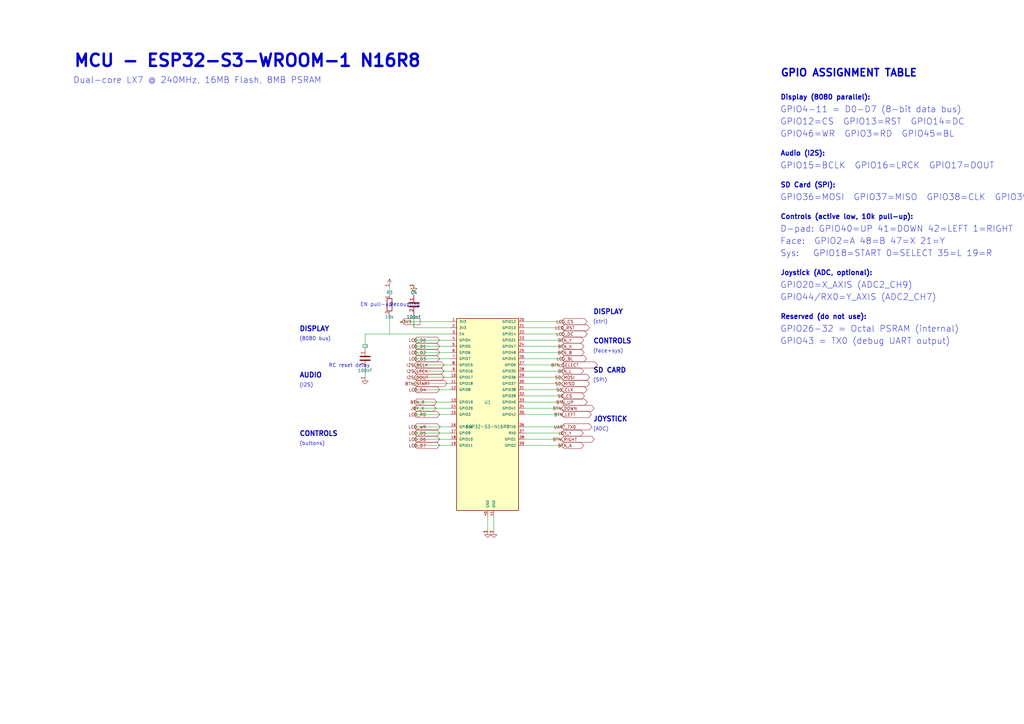
<source format=kicad_sch>
(kicad_sch (version 20231120) (generator "eeschema") (generator_version "9.0")
  (paper "A3")
  (title_block (title "MCU - ESP32-S3-WROOM-1 N16R8") (comment 1 "ESP32 Emu Turbo - Handheld Retro Console") (comment 2 "Generated by scripts/generate_schematics"))
  (lib_symbols
    (symbol "ESP32-S3-WROOM-1" (pin_names (offset 1.016))
      (property "Reference" "U" (at 0 40.64 0))
      (property "Value" "ESP32-S3-WROOM-1-N16R8" (at 0 -40.64 0))
      (symbol "ESP32-S3-WROOM-1_0_1"
        (rectangle (start -12.7 39.37) (end 12.7 -39.37) (stroke (width 0.254)) (fill (type background)))
      )
      (symbol "ESP32-S3-WROOM-1_1_1"
        (pin power_in line (at -15.24 38.1 0) (length 2.54) (name "3V3") (number "1"))
        (pin power_in line (at -15.24 35.56 0) (length 2.54) (name "3V3") (number "2"))
        (pin input line (at -15.24 33.02 0) (length 2.54) (name "EN") (number "3"))
        (pin bidirectional line (at -15.24 30.48 0) (length 2.54) (name "GPIO4") (number "4"))
        (pin bidirectional line (at -15.24 27.94 0) (length 2.54) (name "GPIO5") (number "5"))
        (pin bidirectional line (at -15.24 25.4 0) (length 2.54) (name "GPIO6") (number "6"))
        (pin bidirectional line (at -15.24 22.86 0) (length 2.54) (name "GPIO7") (number "7"))
        (pin bidirectional line (at -15.24 20.32 0) (length 2.54) (name "GPIO15") (number "8"))
        (pin bidirectional line (at -15.24 17.78 0) (length 2.54) (name "GPIO16") (number "9"))
        (pin bidirectional line (at -15.24 15.24 0) (length 2.54) (name "GPIO17") (number "10"))
        (pin bidirectional line (at -15.24 12.7 0) (length 2.54) (name "GPIO18") (number "11"))
        (pin bidirectional line (at -15.24 10.16 0) (length 2.54) (name "GPIO8") (number "12"))
        (pin bidirectional line (at -15.24 5.08 0) (length 2.54) (name "GPIO19") (number "13"))
        (pin bidirectional line (at -15.24 2.54 0) (length 2.54) (name "GPIO20") (number "14"))
        (pin bidirectional line (at -15.24 0 0) (length 2.54) (name "GPIO3") (number "15"))
        (pin bidirectional line (at -15.24 -5.08 0) (length 2.54) (name "GPIO46") (number "16"))
        (pin bidirectional line (at -15.24 -7.62 0) (length 2.54) (name "GPIO9") (number "17"))
        (pin bidirectional line (at -15.24 -10.16 0) (length 2.54) (name "GPIO10") (number "18"))
        (pin bidirectional line (at -15.24 -12.7 0) (length 2.54) (name "GPIO11") (number "19"))
        (pin bidirectional line (at 15.24 38.1 180) (length 2.54) (name "GPIO12") (number "20"))
        (pin bidirectional line (at 15.24 35.56 180) (length 2.54) (name "GPIO13") (number "21"))
        (pin bidirectional line (at 15.24 33.02 180) (length 2.54) (name "GPIO14") (number "22"))
        (pin bidirectional line (at 15.24 30.48 180) (length 2.54) (name "GPIO21") (number "23"))
        (pin bidirectional line (at 15.24 27.94 180) (length 2.54) (name "GPIO47") (number "24"))
        (pin bidirectional line (at 15.24 25.4 180) (length 2.54) (name "GPIO48") (number "25"))
        (pin bidirectional line (at 15.24 22.86 180) (length 2.54) (name "GPIO45") (number "26"))
        (pin bidirectional line (at 15.24 20.32 180) (length 2.54) (name "GPIO0") (number "27"))
        (pin bidirectional line (at 15.24 17.78 180) (length 2.54) (name "GPIO35") (number "28"))
        (pin bidirectional line (at 15.24 15.24 180) (length 2.54) (name "GPIO36") (number "29"))
        (pin bidirectional line (at 15.24 12.7 180) (length 2.54) (name "GPIO37") (number "30"))
        (pin bidirectional line (at 15.24 10.16 180) (length 2.54) (name "GPIO38") (number "31"))
        (pin bidirectional line (at 15.24 7.62 180) (length 2.54) (name "GPIO39") (number "32"))
        (pin bidirectional line (at 15.24 5.08 180) (length 2.54) (name "GPIO40") (number "33"))
        (pin bidirectional line (at 15.24 2.54 180) (length 2.54) (name "GPIO41") (number "34"))
        (pin bidirectional line (at 15.24 0 180) (length 2.54) (name "GPIO42") (number "35"))
        (pin bidirectional line (at 15.24 -5.08 180) (length 2.54) (name "TX0") (number "36"))
        (pin bidirectional line (at 15.24 -7.62 180) (length 2.54) (name "RX0") (number "37"))
        (pin bidirectional line (at 15.24 -10.16 180) (length 2.54) (name "GPIO1") (number "38"))
        (pin bidirectional line (at 15.24 -12.7 180) (length 2.54) (name "GPIO2") (number "39"))
        (pin power_in line (at 0 -41.91 90) (length 2.54) (name "GND") (number "40"))
        (pin power_in line (at 2.54 -41.91 90) (length 2.54) (name "GND") (number "41"))
      )
    )
    (symbol "C" (pin_names (offset 0.254) hide)
      (property "Reference" "C" (at 0.635 2.54 0))
      (property "Value" "C" (at 0.635 -2.54 0))
      (symbol "C_0_1"
        (polyline (pts (xy -2.032 -0.762) (xy 2.032 -0.762)) (stroke (width 0.508)))
        (polyline (pts (xy -2.032 0.762) (xy 2.032 0.762)) (stroke (width 0.508)))
      )
      (symbol "C_1_1"
        (pin passive line (at 0 3.81 270) (length 3.048) (name "~") (number "1"))
        (pin passive line (at 0 -3.81 90) (length 3.048) (name "~") (number "2"))
      )
    )
    (symbol "R" (pin_names (offset 0) hide)
      (property "Reference" "R" (at 2.032 0 90))
      (property "Value" "R" (at -1.778 0 90))
      (symbol "R_0_1"
        (rectangle (start -1.016 -2.54) (end 1.016 2.54) (stroke (width 0.254)))
      )
      (symbol "R_1_1"
        (pin passive line (at 0 3.81 270) (length 1.27) (name "~") (number "1"))
        (pin passive line (at 0 -3.81 90) (length 1.27) (name "~") (number "2"))
      )
    )
    (symbol "+3V3" (pin_names (offset 0) hide) (in_bom no) (on_board no)
      (property "Value" "+3V3" (at 0 3.81 0))
      (symbol "+3V3_0_1"
        (polyline (pts (xy -0.762 1.27) (xy 0 2.54)))
        (polyline (pts (xy 0 0) (xy 0 2.54)))
        (polyline (pts (xy 0 2.54) (xy 0.762 1.27)))
      )
      (symbol "+3V3_1_1"
        (pin power_in line (at 0 0 90) (length 0) (name "+3V3") (number "1"))
      )
    )
    (symbol "+5V" (pin_names (offset 0) hide) (in_bom no) (on_board no)
      (property "Value" "+5V" (at 0 3.81 0))
      (symbol "+5V_0_1"
        (polyline (pts (xy -0.762 1.27) (xy 0 2.54)))
        (polyline (pts (xy 0 0) (xy 0 2.54)))
        (polyline (pts (xy 0 2.54) (xy 0.762 1.27)))
      )
      (symbol "+5V_1_1"
        (pin power_in line (at 0 0 90) (length 0) (name "+5V") (number "1"))
      )
    )
    (symbol "GND" (pin_names (offset 0) hide) (in_bom no) (on_board no)
      (property "Value" "GND" (at 0 -3.81 0))
      (symbol "GND_0_1"
        (polyline (pts (xy 0 0) (xy 0 -1.27) (xy 1.27 -1.27) (xy 0 -2.54) (xy -1.27 -1.27) (xy 0 -1.27)))
      )
      (symbol "GND_1_1"
        (pin power_in line (at 0 0 270) (length 0) (name "GND") (number "1"))
      )
    )
  )
  (text "MCU - ESP32-S3-WROOM-1 N16R8" (at 30 25 0) (effects (font (size 5 5) bold) (justify left)))
  (text "Dual-core LX7 @ 240MHz, 16MB Flash, 8MB PSRAM" (at 30 33 0) (effects (font (size 2.54 2.54)) (justify left)))
  (symbol (lib_id "ESP32-S3-WROOM-1") (at 200 170 0) (unit 1)
    (property "Reference" "U1" (at 200 165 0))
    (property "Value" "ESP32-S3-N16R8" (at 200 175 0))
  )
  (global_label "+3V3" (shape input) (at 164.76 131.9 0))
  (wire (pts (xy 164.76 131.9) (xy 184.76 131.9)))
  (wire (pts (xy 184.76 134.44) (xy 169.76 134.44)))
  (wire (pts (xy 169.76 134.44) (xy 169.76 131.9)))
  (symbol (lib_id "R") (at 159.76 125 0) (unit 1)
    (property "Reference" "R3" (at 159.76 120 0))
    (property "Value" "10k" (at 159.76 130 0))
  )
  (wire (pts (xy 184.76 136.98) (xy 159.76 136.98)))
  (wire (pts (xy 159.76 136.98) (xy 159.76 128.81)))
  (symbol (lib_id "+3V3") (at 159.76 117 0) (unit 1) (in_bom no) (on_board no)
    (property "Reference" "#PWR001" (effects hide))
    (property "Value" "+3V3" (effects hide))
  )
  (wire (pts (xy 159.76 117) (xy 159.76 121.19)))
  (text "EN pull-up" (at 147.76 125 0) (effects (font (size 1.5 1.5)) (justify left)))
  (symbol (lib_id "C") (at 149.76 146.98 0) (unit 1)
    (property "Reference" "C3" (at 149.76 141.98 0))
    (property "Value" "100nF" (at 149.76 151.98 0))
  )
  (wire (pts (xy 159.76 136.98) (xy 149.76 136.98)))
  (wire (pts (xy 149.76 136.98) (xy 149.76 143.17)))
  (symbol (lib_id "GND") (at 149.76 154.98 0) (unit 1) (in_bom no) (on_board no)
    (property "Reference" "#PWR002" (effects hide))
    (property "Value" "GND" (effects hide))
  )
  (wire (pts (xy 149.76 150.79) (xy 149.76 154.98)))
  (text "RC reset delay" (at 134.76 149.98 0) (effects (font (size 1.5 1.5)) (justify left)))
  (symbol (lib_id "C") (at 169.76 125 0) (unit 1)
    (property "Reference" "C4" (at 169.76 120 0))
    (property "Value" "100nF" (at 169.76 130 0))
  )
  (wire (pts (xy 169.76 128.81) (xy 169.76 134.44)))
  (symbol (lib_id "GND") (at 169.76 117 0) (unit 1) (in_bom no) (on_board no)
    (property "Reference" "#PWR003" (effects hide))
    (property "Value" "GND" (effects hide))
  )
  (wire (pts (xy 169.76 121.19) (xy 169.76 117)))
  (text "Decoupling" (at 159.76 125 0) (effects (font (size 1.5 1.5)) (justify left)))
  (wire (pts (xy 200 211.91) (xy 200 218)))
  (symbol (lib_id "GND") (at 200 218 0) (unit 1) (in_bom no) (on_board no)
    (property "Reference" "#PWR004" (effects hide))
    (property "Value" "GND" (effects hide))
  )
  (wire (pts (xy 202.54 211.91) (xy 202.54 218)))
  (symbol (lib_id "GND") (at 202.54 218 0) (unit 1) (in_bom no) (on_board no)
    (property "Reference" "#PWR005" (effects hide))
    (property "Value" "GND" (effects hide))
  )
  (text "DISPLAY" (at 122.75999999999999 135 0) (effects (font (size 2 2) bold) (justify left)))
  (text "(8080 bus)" (at 122.75999999999999 139 0) (effects (font (size 1.5 1.5)) (justify left)))
  (text "AUDIO" (at 122.75999999999999 154 0) (effects (font (size 2 2) bold) (justify left)))
  (text "(I2S)" (at 122.75999999999999 158 0) (effects (font (size 1.5 1.5)) (justify left)))
  (text "CONTROLS" (at 122.75999999999999 178 0) (effects (font (size 2 2) bold) (justify left)))
  (text "(buttons)" (at 122.75999999999999 182 0) (effects (font (size 1.5 1.5)) (justify left)))
  (text "DISPLAY" (at 243.24 128 0) (effects (font (size 2 2) bold) (justify left)))
  (text "(ctrl)" (at 243.24 132 0) (effects (font (size 1.5 1.5)) (justify left)))
  (text "CONTROLS" (at 243.24 140 0) (effects (font (size 2 2) bold) (justify left)))
  (text "(face+sys)" (at 243.24 144 0) (effects (font (size 1.5 1.5)) (justify left)))
  (text "SD CARD" (at 243.24 152 0) (effects (font (size 2 2) bold) (justify left)))
  (text "(SPI)" (at 243.24 156 0) (effects (font (size 1.5 1.5)) (justify left)))
  (text "JOYSTICK" (at 243.24 172 0) (effects (font (size 2 2) bold) (justify left)))
  (text "(ADC)" (at 243.24 176 0) (effects (font (size 1.5 1.5)) (justify left)))
  (wire (pts (xy 184.76 139.52) (xy 169.76 139.52)))
  (global_label "LCD_D0" (shape bidirectional) (at 169.76 139.52 180))
  (wire (pts (xy 184.76 142.06) (xy 169.76 142.06)))
  (global_label "LCD_D1" (shape bidirectional) (at 169.76 142.06 180))
  (wire (pts (xy 184.76 144.6) (xy 169.76 144.6)))
  (global_label "LCD_D2" (shape bidirectional) (at 169.76 144.6 180))
  (wire (pts (xy 184.76 147.14) (xy 169.76 147.14)))
  (global_label "LCD_D3" (shape bidirectional) (at 169.76 147.14 180))
  (wire (pts (xy 184.76 149.68) (xy 169.76 149.68)))
  (global_label "I2S_BCLK" (shape bidirectional) (at 169.76 149.68 180))
  (wire (pts (xy 184.76 152.22) (xy 169.76 152.22)))
  (global_label "I2S_LRCK" (shape bidirectional) (at 169.76 152.22 180))
  (wire (pts (xy 184.76 154.76) (xy 169.76 154.76)))
  (global_label "I2S_DOUT" (shape bidirectional) (at 169.76 154.76 180))
  (wire (pts (xy 184.76 157.3) (xy 169.76 157.3)))
  (global_label "BTN_START" (shape bidirectional) (at 169.76 157.3 180))
  (wire (pts (xy 184.76 159.84) (xy 169.76 159.84)))
  (global_label "LCD_D4" (shape bidirectional) (at 169.76 159.84 180))
  (wire (pts (xy 184.76 164.92) (xy 169.76 164.92)))
  (global_label "BTN_R" (shape bidirectional) (at 169.76 164.92 180))
  (wire (pts (xy 184.76 167.46) (xy 169.76 167.46)))
  (global_label "JOY_X" (shape bidirectional) (at 169.76 167.46 180))
  (wire (pts (xy 184.76 170) (xy 169.76 170)))
  (global_label "LCD_RD" (shape bidirectional) (at 169.76 170 180))
  (wire (pts (xy 184.76 175.08) (xy 169.76 175.08)))
  (global_label "LCD_WR" (shape bidirectional) (at 169.76 175.08 180))
  (wire (pts (xy 184.76 177.62) (xy 169.76 177.62)))
  (global_label "LCD_D5" (shape bidirectional) (at 169.76 177.62 180))
  (wire (pts (xy 184.76 180.16) (xy 169.76 180.16)))
  (global_label "LCD_D6" (shape bidirectional) (at 169.76 180.16 180))
  (wire (pts (xy 184.76 182.7) (xy 169.76 182.7)))
  (global_label "LCD_D7" (shape bidirectional) (at 169.76 182.7 180))
  (wire (pts (xy 215.24 131.9) (xy 230.24 131.9)))
  (global_label "LCD_CS" (shape bidirectional) (at 230.24 131.9 0))
  (wire (pts (xy 215.24 134.44) (xy 230.24 134.44)))
  (global_label "LCD_RST" (shape bidirectional) (at 230.24 134.44 0))
  (wire (pts (xy 215.24 136.98) (xy 230.24 136.98)))
  (global_label "LCD_DC" (shape bidirectional) (at 230.24 136.98 0))
  (wire (pts (xy 215.24 139.52) (xy 230.24 139.52)))
  (global_label "BTN_Y" (shape bidirectional) (at 230.24 139.52 0))
  (wire (pts (xy 215.24 142.06) (xy 230.24 142.06)))
  (global_label "BTN_X" (shape bidirectional) (at 230.24 142.06 0))
  (wire (pts (xy 215.24 144.6) (xy 230.24 144.6)))
  (global_label "BTN_B" (shape bidirectional) (at 230.24 144.6 0))
  (wire (pts (xy 215.24 147.14) (xy 230.24 147.14)))
  (global_label "LCD_BL" (shape bidirectional) (at 230.24 147.14 0))
  (wire (pts (xy 215.24 149.68) (xy 230.24 149.68)))
  (global_label "BTN_SELECT" (shape bidirectional) (at 230.24 149.68 0))
  (wire (pts (xy 215.24 152.22) (xy 230.24 152.22)))
  (global_label "BTN_L" (shape bidirectional) (at 230.24 152.22 0))
  (wire (pts (xy 215.24 154.76) (xy 230.24 154.76)))
  (global_label "SD_MOSI" (shape bidirectional) (at 230.24 154.76 0))
  (wire (pts (xy 215.24 157.3) (xy 230.24 157.3)))
  (global_label "SD_MISO" (shape bidirectional) (at 230.24 157.3 0))
  (wire (pts (xy 215.24 159.84) (xy 230.24 159.84)))
  (global_label "SD_CLK" (shape bidirectional) (at 230.24 159.84 0))
  (wire (pts (xy 215.24 162.38) (xy 230.24 162.38)))
  (global_label "SD_CS" (shape bidirectional) (at 230.24 162.38 0))
  (wire (pts (xy 215.24 164.92) (xy 230.24 164.92)))
  (global_label "BTN_UP" (shape bidirectional) (at 230.24 164.92 0))
  (wire (pts (xy 215.24 167.46) (xy 230.24 167.46)))
  (global_label "BTN_DOWN" (shape bidirectional) (at 230.24 167.46 0))
  (wire (pts (xy 215.24 170) (xy 230.24 170)))
  (global_label "BTN_LEFT" (shape bidirectional) (at 230.24 170 0))
  (wire (pts (xy 215.24 175.08) (xy 230.24 175.08)))
  (global_label "UART_TX0" (shape bidirectional) (at 230.24 175.08 0))
  (wire (pts (xy 215.24 177.62) (xy 230.24 177.62)))
  (global_label "JOY_Y" (shape bidirectional) (at 230.24 177.62 0))
  (wire (pts (xy 215.24 180.16) (xy 230.24 180.16)))
  (global_label "BTN_RIGHT" (shape bidirectional) (at 230.24 180.16 0))
  (wire (pts (xy 215.24 182.7) (xy 230.24 182.7)))
  (global_label "BTN_A" (shape bidirectional) (at 230.24 182.7 0))
  (text "GPIO ASSIGNMENT TABLE" (at 320 30 0) (effects (font (size 3 3) bold) (justify left)))
  (text "Display (8080 parallel):" (at 320 40 0) (effects (font (size 2 2) bold) (justify left)))
  (text "GPIO4-11 = D0-D7 (8-bit data bus)" (at 320 45 0) (effects (font (size 2.54 2.54)) (justify left)))
  (text "GPIO12=CS  GPIO13=RST  GPIO14=DC" (at 320 50 0) (effects (font (size 2.54 2.54)) (justify left)))
  (text "GPIO46=WR  GPIO3=RD  GPIO45=BL" (at 320 55 0) (effects (font (size 2.54 2.54)) (justify left)))
  (text "Audio (I2S):" (at 320 63 0) (effects (font (size 2 2) bold) (justify left)))
  (text "GPIO15=BCLK  GPIO16=LRCK  GPIO17=DOUT" (at 320 68 0) (effects (font (size 2.54 2.54)) (justify left)))
  (text "SD Card (SPI):" (at 320 76 0) (effects (font (size 2 2) bold) (justify left)))
  (text "GPIO36=MOSI  GPIO37=MISO  GPIO38=CLK  GPIO39=CS" (at 320 81 0) (effects (font (size 2.54 2.54)) (justify left)))
  (text "Controls (active low, 10k pull-up):" (at 320 89 0) (effects (font (size 2 2) bold) (justify left)))
  (text "D-pad: GPIO40=UP 41=DOWN 42=LEFT 1=RIGHT" (at 320 94 0) (effects (font (size 2.54 2.54)) (justify left)))
  (text "Face:  GPIO2=A 48=B 47=X 21=Y" (at 320 99 0) (effects (font (size 2.54 2.54)) (justify left)))
  (text "Sys:   GPIO18=START 0=SELECT 35=L 19=R" (at 320 104 0) (effects (font (size 2.54 2.54)) (justify left)))
  (text "Joystick (ADC, optional):" (at 320 112 0) (effects (font (size 2 2) bold) (justify left)))
  (text "GPIO20=X_AXIS (ADC2_CH9)" (at 320 117 0) (effects (font (size 2.54 2.54)) (justify left)))
  (text "GPIO44/RX0=Y_AXIS (ADC2_CH7)" (at 320 122 0) (effects (font (size 2.54 2.54)) (justify left)))
  (text "Reserved (do not use):" (at 320 130 0) (effects (font (size 2 2) bold) (justify left)))
  (text "GPIO26-32 = Octal PSRAM (internal)" (at 320 135 0) (effects (font (size 2.54 2.54)) (justify left)))
  (text "GPIO43 = TX0 (debug UART output)" (at 320 140 0) (effects (font (size 2.54 2.54)) (justify left)))
)
</source>
